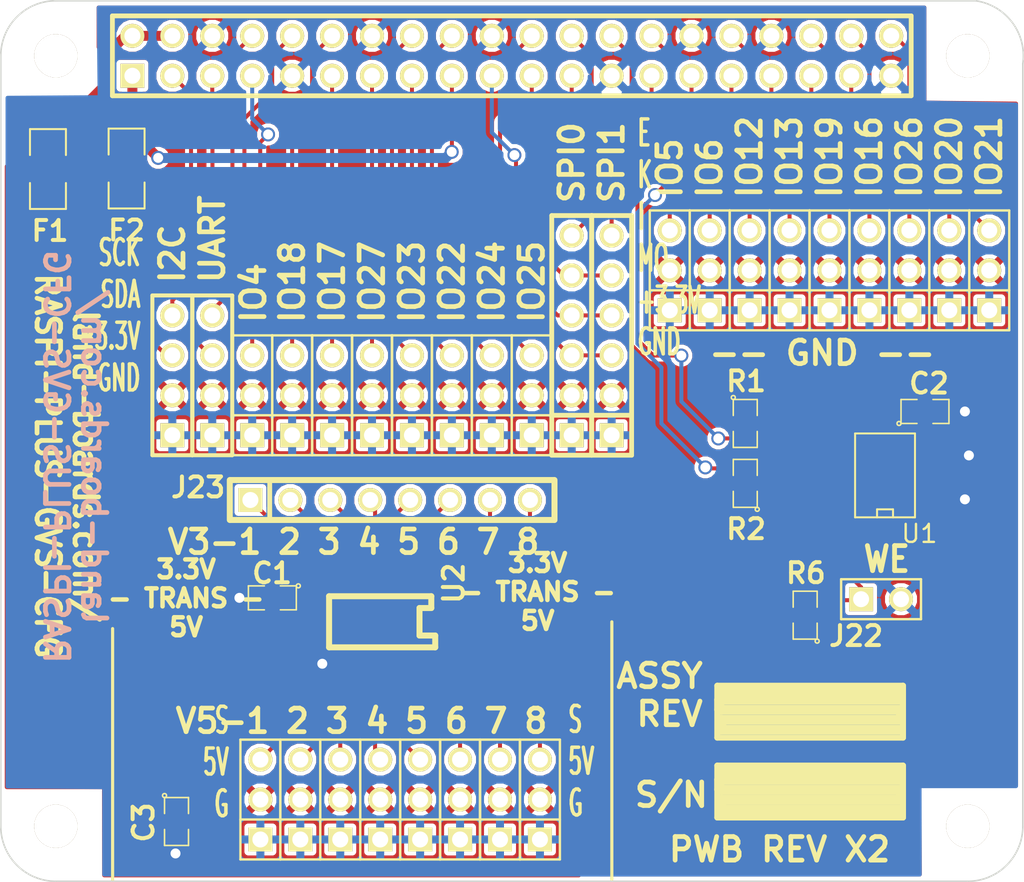
<source format=kicad_pcb>
(kicad_pcb (version 3) (host pcbnew "(2013-05-31 BZR 4019)-stable")
  (title_block (title RasPi-GVS-Plus-CFG) (rev X1) (company land-boards.com))
  (layers (15 F.Cu signal) (0 B.Cu signal hide) (20 B.SilkS user) (21 F.SilkS user hide) (22 B.Mask user) (23 F.Mask user) (28 Edge.Cuts user))
  (net 0 "")
  (net 1 /+3.3V)
  (net 2 /+5V)
  (net 3 /IO_12)
  (net 4 /IO_13)
  (net 5 /IO_16)
  (net 6 /IO_17)
  (net 7 /IO_18)
  (net 8 /IO_19)
  (net 9 /IO_20)
  (net 10 /IO_21)
  (net 11 /IO_22)
  (net 12 /IO_23)
  (net 13 /IO_24)
  (net 14 /IO_25)
  (net 15 /IO_26)
  (net 16 /IO_27)
  (net 17 /IO_4)
  (net 18 /IO_5)
  (net 19 /IO_6)
  (net 20 /RXD0)
  (net 21 /SCL)
  (net 22 /SCLK1)
  (net 23 /SDA)
  (net 24 /SDA1)
  (net 25 /SPICE0)
  (net 26 /SPICE1)
  (net 27 /SPIMISO)
  (net 28 /SPIMOSI)
  (net 29 /SPISCK)
  (net 30 /TXD0)
  (net 31 /WR)
  (net 32 GND)
  (net 33 N-000001)
  (net 34 N-0000013)
  (net 35 N-0000014)
  (net 36 N-0000015)
  (net 37 N-0000016)
  (net 38 N-0000017)
  (net 39 N-0000018)
  (net 40 N-0000019)
  (net 41 N-000002)
  (net 42 N-0000020)
  (net 43 N-0000021)
  (net 44 N-000003)
  (net 45 N-000004)
  (net 46 N-000005)
  (net 47 N-000006)
  (net 48 N-000007)
  (net 49 N-000008)
  (net 50 N-000009)
  (module PIN_ARRAY_4x1 (layer F.Cu) (at 83.45 68.82 90)
    (fp_text reference J2 hide)
    (fp_text value CONN_4 hide)
    (pad 1 thru_hole rect (at -3.81 0 90) (size 1.524 1.524) (drill 1.016) (layers *.Cu *.Mask F.SilkS) (net 32 GND))
    (pad 2 thru_hole circle (at -1.27 0 90) (size 1.524 1.524) (drill 1.016) (layers *.Cu *.Mask F.SilkS) (net 1 /+3.3V))
    (pad 3 thru_hole circle (at 1.27 0 90) (size 1.524 1.524) (drill 1.016) (layers *.Cu *.Mask F.SilkS) (net 30 /TXD0))
    (pad 4 thru_hole circle (at 3.81 0 90) (size 1.524 1.524) (drill 1.016) (layers *.Cu *.Mask F.SilkS) (net 20 /RXD0))
  )
  (module PIN_ARRAY_3X1 (layer F.Cu) (at 88.53 70.09 90)
    (fp_text reference J3 hide)
    (fp_text value CONN_3 hide)
    (pad 1 thru_hole rect (at -2.54 0 90) (size 1.524 1.524) (drill 1.016) (layers *.Cu *.Mask F.SilkS) (net 32 GND))
    (pad 2 thru_hole circle (at 0 0 90) (size 1.524 1.524) (drill 1.016) (layers *.Cu *.Mask F.SilkS) (net 1 /+3.3V))
    (pad 3 thru_hole circle (at 2.54 0 90) (size 1.524 1.524) (drill 1.016) (layers *.Cu *.Mask F.SilkS) (net 7 /IO_18))
  )
  (module PIN_ARRAY_3X1 (layer F.Cu) (at 93.61 70.09 90)
    (fp_text reference J5 hide)
    (fp_text value CONN_3 hide)
    (pad 1 thru_hole rect (at -2.54 0 90) (size 1.524 1.524) (drill 1.016) (layers *.Cu *.Mask F.SilkS) (net 32 GND))
    (pad 2 thru_hole circle (at 0 0 90) (size 1.524 1.524) (drill 1.016) (layers *.Cu *.Mask F.SilkS) (net 1 /+3.3V))
    (pad 3 thru_hole circle (at 2.54 0 90) (size 1.524 1.524) (drill 1.016) (layers *.Cu *.Mask F.SilkS) (net 16 /IO_27))
  )
  (module PIN_ARRAY_3X1 (layer F.Cu) (at 98.69 70.09 90)
    (fp_text reference J7 hide)
    (fp_text value CONN_3 hide)
    (pad 1 thru_hole rect (at -2.54 0 90) (size 1.524 1.524) (drill 1.016) (layers *.Cu *.Mask F.SilkS) (net 32 GND))
    (pad 2 thru_hole circle (at 0 0 90) (size 1.524 1.524) (drill 1.016) (layers *.Cu *.Mask F.SilkS) (net 1 /+3.3V))
    (pad 3 thru_hole circle (at 2.54 0 90) (size 1.524 1.524) (drill 1.016) (layers *.Cu *.Mask F.SilkS) (net 11 /IO_22))
  )
  (module PIN_ARRAY_3X1 (layer F.Cu) (at 103.77 70.09 90)
    (fp_text reference J9 hide)
    (fp_text value CONN_3 hide)
    (pad 1 thru_hole rect (at -2.54 0 90) (size 1.524 1.524) (drill 1.016) (layers *.Cu *.Mask F.SilkS) (net 32 GND))
    (pad 2 thru_hole circle (at 0 0 90) (size 1.524 1.524) (drill 1.016) (layers *.Cu *.Mask F.SilkS) (net 1 /+3.3V))
    (pad 3 thru_hole circle (at 2.54 0 90) (size 1.524 1.524) (drill 1.016) (layers *.Cu *.Mask F.SilkS) (net 14 /IO_25))
  )
  (module PIN_ARRAY_3X1 (layer F.Cu) (at 96.15 70.09 90)
    (fp_text reference J6 hide)
    (fp_text value CONN_3 hide)
    (pad 1 thru_hole rect (at -2.54 0 90) (size 1.524 1.524) (drill 1.016) (layers *.Cu *.Mask F.SilkS) (net 32 GND))
    (pad 2 thru_hole circle (at 0 0 90) (size 1.524 1.524) (drill 1.016) (layers *.Cu *.Mask F.SilkS) (net 1 /+3.3V))
    (pad 3 thru_hole circle (at 2.54 0 90) (size 1.524 1.524) (drill 1.016) (layers *.Cu *.Mask F.SilkS) (net 12 /IO_23))
  )
  (module PIN_ARRAY_3X1 (layer F.Cu) (at 101.23 70.09 90)
    (fp_text reference J8 hide)
    (fp_text value CONN_3 hide)
    (pad 1 thru_hole rect (at -2.54 0 90) (size 1.524 1.524) (drill 1.016) (layers *.Cu *.Mask F.SilkS) (net 32 GND))
    (pad 2 thru_hole circle (at 0 0 90) (size 1.524 1.524) (drill 1.016) (layers *.Cu *.Mask F.SilkS) (net 1 /+3.3V))
    (pad 3 thru_hole circle (at 2.54 0 90) (size 1.524 1.524) (drill 1.016) (layers *.Cu *.Mask F.SilkS) (net 13 /IO_24))
  )
  (module PIN_ARRAY-6X1 (layer F.Cu) (at 108.85 66.28 90)
    (fp_text reference J11 hide)
    (fp_text value CONN_6 hide)
    (pad 1 thru_hole rect (at -6.35 0 90) (size 1.524 1.524) (drill 1.016) (layers *.Cu *.Mask F.SilkS) (net 32 GND))
    (pad 2 thru_hole circle (at -3.81 0 90) (size 1.524 1.524) (drill 1.016) (layers *.Cu *.Mask F.SilkS) (net 1 /+3.3V))
    (pad 3 thru_hole circle (at -1.27 0 90) (size 1.524 1.524) (drill 1.016) (layers *.Cu *.Mask F.SilkS) (net 28 /SPIMOSI))
    (pad 4 thru_hole circle (at 1.27 0 90) (size 1.524 1.524) (drill 1.016) (layers *.Cu *.Mask F.SilkS) (net 27 /SPIMISO))
    (pad 5 thru_hole circle (at 3.81 0 90) (size 1.524 1.524) (drill 1.016) (layers *.Cu *.Mask F.SilkS) (net 29 /SPISCK))
    (pad 6 thru_hole circle (at 6.35 0 90) (size 1.524 1.524) (drill 1.016) (layers *.Cu *.Mask F.SilkS) (net 26 /SPICE1))
  )
  (module PIN_ARRAY_4x1 (layer F.Cu) (at 80.91 68.82 90)
    (fp_text reference J1 hide)
    (fp_text value CONN_4 hide)
    (pad 1 thru_hole rect (at -3.81 0 90) (size 1.524 1.524) (drill 1.016) (layers *.Cu *.Mask F.SilkS) (net 32 GND))
    (pad 2 thru_hole circle (at -1.27 0 90) (size 1.524 1.524) (drill 1.016) (layers *.Cu *.Mask F.SilkS) (net 1 /+3.3V))
    (pad 3 thru_hole circle (at 1.27 0 90) (size 1.524 1.524) (drill 1.016) (layers *.Cu *.Mask F.SilkS) (net 24 /SDA1))
    (pad 4 thru_hole circle (at 3.81 0 90) (size 1.524 1.524) (drill 1.016) (layers *.Cu *.Mask F.SilkS) (net 22 /SCLK1))
  )
  (module PIN_ARRAY_3X1 (layer F.Cu) (at 91.07 70.09 90)
    (fp_text reference J4 hide)
    (fp_text value CONN_3 hide)
    (pad 1 thru_hole rect (at -2.54 0 90) (size 1.524 1.524) (drill 1.016) (layers *.Cu *.Mask F.SilkS) (net 32 GND))
    (pad 2 thru_hole circle (at 0 0 90) (size 1.524 1.524) (drill 1.016) (layers *.Cu *.Mask F.SilkS) (net 1 /+3.3V))
    (pad 3 thru_hole circle (at 2.54 0 90) (size 1.524 1.524) (drill 1.016) (layers *.Cu *.Mask F.SilkS) (net 6 /IO_17))
  )
  (module PIN_ARRAY-6X1 (layer F.Cu) (at 106.31 66.28 90)
    (fp_text reference J10 hide)
    (fp_text value CONN_6 hide)
    (pad 1 thru_hole rect (at -6.35 0 90) (size 1.524 1.524) (drill 1.016) (layers *.Cu *.Mask F.SilkS) (net 32 GND))
    (pad 2 thru_hole circle (at -3.81 0 90) (size 1.524 1.524) (drill 1.016) (layers *.Cu *.Mask F.SilkS) (net 1 /+3.3V))
    (pad 3 thru_hole circle (at -1.27 0 90) (size 1.524 1.524) (drill 1.016) (layers *.Cu *.Mask F.SilkS) (net 28 /SPIMOSI))
    (pad 4 thru_hole circle (at 1.27 0 90) (size 1.524 1.524) (drill 1.016) (layers *.Cu *.Mask F.SilkS) (net 27 /SPIMISO))
    (pad 5 thru_hole circle (at 3.81 0 90) (size 1.524 1.524) (drill 1.016) (layers *.Cu *.Mask F.SilkS) (net 29 /SPISCK))
    (pad 6 thru_hole circle (at 6.35 0 90) (size 1.524 1.524) (drill 1.016) (layers *.Cu *.Mask F.SilkS) (net 25 /SPICE0))
  )
  (module SM1206 (layer F.Cu) (at 78.001 55.668 270)
    (fp_text reference F2 (at 3.937 0 360) (layer F.SilkS) (effects (font (size 1.27 1.27) (thickness 0.254))))
    (fp_text value FUSE hide)
    (pad 1 smd rect (at -1.651 0 270) (size 1.524 2.032) (layers F.Cu F.Mask) (net 33 N-000001))
    (pad 2 smd rect (at 1.651 0 270) (size 1.524 2.032) (layers F.Cu F.Mask) (net 1 /+3.3V))
  )
  (module REV_BLOCK (layer F.Cu) (at 121.92 95.165 180)
    (fp_text reference COUP?2 hide)
    (fp_text value COUPON hide)
  )
  (module REV_BLOCK (layer F.Cu) (at 121.92 90.085 180)
    (fp_text reference COUP?1 hide)
    (fp_text value COUPON hide)
  )
  (module PIN_ARRAY_3X1 (layer F.Cu) (at 112.545 62.145 90)
    (fp_text reference J12 hide)
    (fp_text value CONN_3 hide)
    (pad 1 thru_hole rect (at -2.54 0 90) (size 1.524 1.524) (drill 1.016) (layers *.Cu *.Mask F.SilkS) (net 32 GND))
    (pad 2 thru_hole circle (at 0 0 90) (size 1.524 1.524) (drill 1.016) (layers *.Cu *.Mask F.SilkS) (net 1 /+3.3V))
    (pad 3 thru_hole circle (at 2.54 0 90) (size 1.524 1.524) (drill 1.016) (layers *.Cu *.Mask F.SilkS) (net 18 /IO_5))
  )
  (module PIN_ARRAY_3X1 (layer F.Cu) (at 115.085 62.145 90)
    (fp_text reference J13 hide)
    (fp_text value CONN_3 hide)
    (pad 1 thru_hole rect (at -2.54 0 90) (size 1.524 1.524) (drill 1.016) (layers *.Cu *.Mask F.SilkS) (net 32 GND))
    (pad 2 thru_hole circle (at 0 0 90) (size 1.524 1.524) (drill 1.016) (layers *.Cu *.Mask F.SilkS) (net 1 /+3.3V))
    (pad 3 thru_hole circle (at 2.54 0 90) (size 1.524 1.524) (drill 1.016) (layers *.Cu *.Mask F.SilkS) (net 19 /IO_6))
  )
  (module PIN_ARRAY_3X1 (layer F.Cu) (at 120.165 62.145 90)
    (fp_text reference J14 hide)
    (fp_text value CONN_3 hide)
    (pad 1 thru_hole rect (at -2.54 0 90) (size 1.524 1.524) (drill 1.016) (layers *.Cu *.Mask F.SilkS) (net 32 GND))
    (pad 2 thru_hole circle (at 0 0 90) (size 1.524 1.524) (drill 1.016) (layers *.Cu *.Mask F.SilkS) (net 1 /+3.3V))
    (pad 3 thru_hole circle (at 2.54 0 90) (size 1.524 1.524) (drill 1.016) (layers *.Cu *.Mask F.SilkS) (net 4 /IO_13))
  )
  (module PIN_ARRAY_3X1 (layer F.Cu) (at 122.705 62.145 90)
    (fp_text reference J15 hide)
    (fp_text value CONN_3 hide)
    (pad 1 thru_hole rect (at -2.54 0 90) (size 1.524 1.524) (drill 1.016) (layers *.Cu *.Mask F.SilkS) (net 32 GND))
    (pad 2 thru_hole circle (at 0 0 90) (size 1.524 1.524) (drill 1.016) (layers *.Cu *.Mask F.SilkS) (net 1 /+3.3V))
    (pad 3 thru_hole circle (at 2.54 0 90) (size 1.524 1.524) (drill 1.016) (layers *.Cu *.Mask F.SilkS) (net 8 /IO_19))
  )
  (module PIN_ARRAY_3X1 (layer F.Cu) (at 127.785 62.145 90)
    (fp_text reference J16 hide)
    (fp_text value CONN_3 hide)
    (pad 1 thru_hole rect (at -2.54 0 90) (size 1.524 1.524) (drill 1.016) (layers *.Cu *.Mask F.SilkS) (net 32 GND))
    (pad 2 thru_hole circle (at 0 0 90) (size 1.524 1.524) (drill 1.016) (layers *.Cu *.Mask F.SilkS) (net 1 /+3.3V))
    (pad 3 thru_hole circle (at 2.54 0 90) (size 1.524 1.524) (drill 1.016) (layers *.Cu *.Mask F.SilkS) (net 15 /IO_26))
  )
  (module PIN_ARRAY_3X1 (layer F.Cu) (at 117.625 62.145 90)
    (fp_text reference J18 hide)
    (fp_text value CONN_3 hide)
    (pad 1 thru_hole rect (at -2.54 0 90) (size 1.524 1.524) (drill 1.016) (layers *.Cu *.Mask F.SilkS) (net 32 GND))
    (pad 2 thru_hole circle (at 0 0 90) (size 1.524 1.524) (drill 1.016) (layers *.Cu *.Mask F.SilkS) (net 1 /+3.3V))
    (pad 3 thru_hole circle (at 2.54 0 90) (size 1.524 1.524) (drill 1.016) (layers *.Cu *.Mask F.SilkS) (net 3 /IO_12))
  )
  (module PIN_ARRAY_3X1 (layer F.Cu) (at 125.245 62.145 90)
    (fp_text reference J19 hide)
    (fp_text value CONN_3 hide)
    (pad 1 thru_hole rect (at -2.54 0 90) (size 1.524 1.524) (drill 1.016) (layers *.Cu *.Mask F.SilkS) (net 32 GND))
    (pad 2 thru_hole circle (at 0 0 90) (size 1.524 1.524) (drill 1.016) (layers *.Cu *.Mask F.SilkS) (net 1 /+3.3V))
    (pad 3 thru_hole circle (at 2.54 0 90) (size 1.524 1.524) (drill 1.016) (layers *.Cu *.Mask F.SilkS) (net 5 /IO_16))
  )
  (module PIN_ARRAY_3X1 (layer F.Cu) (at 130.325 62.145 90)
    (fp_text reference J20 hide)
    (fp_text value CONN_3 hide)
    (pad 1 thru_hole rect (at -2.54 0 90) (size 1.524 1.524) (drill 1.016) (layers *.Cu *.Mask F.SilkS) (net 32 GND))
    (pad 2 thru_hole circle (at 0 0 90) (size 1.524 1.524) (drill 1.016) (layers *.Cu *.Mask F.SilkS) (net 1 /+3.3V))
    (pad 3 thru_hole circle (at 2.54 0 90) (size 1.524 1.524) (drill 1.016) (layers *.Cu *.Mask F.SilkS) (net 9 /IO_20))
  )
  (module PIN_ARRAY_3X1 (layer F.Cu) (at 132.865 62.145 90)
    (fp_text reference J17 hide)
    (fp_text value CONN_3 hide)
    (pad 1 thru_hole rect (at -2.54 0 90) (size 1.524 1.524) (drill 1.016) (layers *.Cu *.Mask F.SilkS) (net 32 GND))
    (pad 2 thru_hole circle (at 0 0 90) (size 1.524 1.524) (drill 1.016) (layers *.Cu *.Mask F.SilkS) (net 1 /+3.3V))
    (pad 3 thru_hole circle (at 2.54 0 90) (size 1.524 1.524) (drill 1.016) (layers *.Cu *.Mask F.SilkS) (net 10 /IO_21))
  )
  (module PIN_ARRAY_20X2 (layer F.Cu) (at 102.5 48.5)
    (fp_text reference J24 hide)
    (fp_text value RASPIOPLUS hide)
    (pad 1 thru_hole rect (at -24.13 1.27) (size 1.524 1.524) (drill 1.016) (layers *.Cu *.Mask F.SilkS) (net 33 N-000001))
    (pad 2 thru_hole circle (at -24.13 -1.27) (size 1.524 1.524) (drill 1.016) (layers *.Cu *.Mask F.SilkS) (net 34 N-0000013))
    (pad 11 thru_hole circle (at -11.43 1.27) (size 1.524 1.524) (drill 1.016) (layers *.Cu *.Mask F.SilkS) (net 6 /IO_17))
    (pad 4 thru_hole circle (at -21.59 -1.27) (size 1.524 1.524) (drill 1.016) (layers *.Cu *.Mask F.SilkS) (net 34 N-0000013))
    (pad 13 thru_hole circle (at -8.89 1.27) (size 1.524 1.524) (drill 1.016) (layers *.Cu *.Mask F.SilkS) (net 16 /IO_27))
    (pad 6 thru_hole circle (at -19.05 -1.27) (size 1.524 1.524) (drill 1.016) (layers *.Cu *.Mask F.SilkS) (net 32 GND))
    (pad 15 thru_hole circle (at -6.35 1.27) (size 1.524 1.524) (drill 1.016) (layers *.Cu *.Mask F.SilkS) (net 11 /IO_22))
    (pad 8 thru_hole circle (at -16.51 -1.27) (size 1.524 1.524) (drill 1.016) (layers *.Cu *.Mask F.SilkS) (net 30 /TXD0))
    (pad 17 thru_hole circle (at -3.81 1.27) (size 1.524 1.524) (drill 1.016) (layers *.Cu *.Mask F.SilkS) (net 33 N-000001))
    (pad 10 thru_hole circle (at -13.97 -1.27) (size 1.524 1.524) (drill 1.016) (layers *.Cu *.Mask F.SilkS) (net 20 /RXD0))
    (pad 19 thru_hole circle (at -1.27 1.27) (size 1.524 1.524) (drill 1.016) (layers *.Cu *.Mask F.SilkS) (net 28 /SPIMOSI))
    (pad 12 thru_hole circle (at -11.43 -1.27) (size 1.524 1.524) (drill 1.016) (layers *.Cu *.Mask F.SilkS) (net 7 /IO_18))
    (pad 21 thru_hole circle (at 1.27 1.27) (size 1.524 1.524) (drill 1.016) (layers *.Cu *.Mask F.SilkS) (net 27 /SPIMISO))
    (pad 14 thru_hole circle (at -8.89 -1.27) (size 1.524 1.524) (drill 1.016) (layers *.Cu *.Mask F.SilkS) (net 32 GND))
    (pad 23 thru_hole circle (at 3.81 1.27) (size 1.524 1.524) (drill 1.016) (layers *.Cu *.Mask F.SilkS) (net 29 /SPISCK))
    (pad 16 thru_hole circle (at -6.35 -1.27) (size 1.524 1.524) (drill 1.016) (layers *.Cu *.Mask F.SilkS) (net 12 /IO_23))
    (pad 25 thru_hole circle (at 6.35 1.27) (size 1.524 1.524) (drill 1.016) (layers *.Cu *.Mask F.SilkS) (net 32 GND))
    (pad 18 thru_hole circle (at -3.81 -1.27) (size 1.524 1.524) (drill 1.016) (layers *.Cu *.Mask F.SilkS) (net 13 /IO_24))
    (pad 27 thru_hole circle (at 8.89 1.27) (size 1.524 1.524) (drill 1.016) (layers *.Cu *.Mask F.SilkS) (net 23 /SDA))
    (pad 20 thru_hole circle (at -1.27 -1.27) (size 1.524 1.524) (drill 1.016) (layers *.Cu *.Mask F.SilkS) (net 32 GND))
    (pad 29 thru_hole circle (at 11.43 1.27) (size 1.524 1.524) (drill 1.016) (layers *.Cu *.Mask F.SilkS) (net 18 /IO_5))
    (pad 22 thru_hole circle (at 1.27 -1.27) (size 1.524 1.524) (drill 1.016) (layers *.Cu *.Mask F.SilkS) (net 14 /IO_25))
    (pad 31 thru_hole circle (at 13.97 1.27) (size 1.524 1.524) (drill 1.016) (layers *.Cu *.Mask F.SilkS) (net 19 /IO_6))
    (pad 24 thru_hole circle (at 3.81 -1.27) (size 1.524 1.524) (drill 1.016) (layers *.Cu *.Mask F.SilkS) (net 25 /SPICE0))
    (pad 26 thru_hole circle (at 6.35 -1.27) (size 1.524 1.524) (drill 1.016) (layers *.Cu *.Mask F.SilkS) (net 26 /SPICE1))
    (pad 33 thru_hole circle (at 16.51 1.27) (size 1.524 1.524) (drill 1.016) (layers *.Cu *.Mask F.SilkS) (net 4 /IO_13))
    (pad 28 thru_hole circle (at 8.89 -1.27) (size 1.524 1.524) (drill 1.016) (layers *.Cu *.Mask F.SilkS) (net 21 /SCL))
    (pad 32 thru_hole circle (at 13.97 -1.27) (size 1.524 1.524) (drill 1.016) (layers *.Cu *.Mask F.SilkS) (net 3 /IO_12))
    (pad 34 thru_hole circle (at 16.51 -1.27) (size 1.524 1.524) (drill 1.016) (layers *.Cu *.Mask F.SilkS) (net 32 GND))
    (pad 36 thru_hole circle (at 19.05 -1.27) (size 1.524 1.524) (drill 1.016) (layers *.Cu *.Mask F.SilkS) (net 5 /IO_16))
    (pad 38 thru_hole circle (at 21.59 -1.27) (size 1.524 1.524) (drill 1.016) (layers *.Cu *.Mask F.SilkS) (net 9 /IO_20))
    (pad 35 thru_hole circle (at 19.05 1.27) (size 1.524 1.524) (drill 1.016) (layers *.Cu *.Mask F.SilkS) (net 8 /IO_19))
    (pad 37 thru_hole circle (at 21.59 1.27) (size 1.524 1.524) (drill 1.016) (layers *.Cu *.Mask F.SilkS) (net 15 /IO_26))
    (pad 3 thru_hole circle (at -21.59 1.27) (size 1.524 1.524) (drill 1.016) (layers *.Cu *.Mask F.SilkS) (net 24 /SDA1))
    (pad 5 thru_hole circle (at -19.05 1.27) (size 1.524 1.524) (drill 1.016) (layers *.Cu *.Mask F.SilkS) (net 22 /SCLK1))
    (pad 7 thru_hole circle (at -16.51 1.27) (size 1.524 1.524) (drill 1.016) (layers *.Cu *.Mask F.SilkS) (net 17 /IO_4))
    (pad 9 thru_hole circle (at -13.97 1.27) (size 1.524 1.524) (drill 1.016) (layers *.Cu *.Mask F.SilkS) (net 32 GND))
    (pad 39 thru_hole circle (at 24.13 1.27) (size 1.524 1.524) (drill 1.016) (layers *.Cu *.Mask F.SilkS) (net 32 GND))
    (pad 40 thru_hole circle (at 24.13 -1.27) (size 1.524 1.524) (drill 1.016) (layers *.Cu *.Mask F.SilkS) (net 10 /IO_21))
    (pad 30 thru_hole circle (at 11.43 -1.27) (size 1.524 1.524) (drill 1.016) (layers *.Cu *.Mask F.SilkS) (net 32 GND))
  )
  (module PIN_ARRAY_3X1 (layer F.Cu) (at 85.99 70.09 90)
    (fp_text reference J21 hide)
    (fp_text value CONN_3 hide)
    (pad 1 thru_hole rect (at -2.54 0 90) (size 1.524 1.524) (drill 1.016) (layers *.Cu *.Mask F.SilkS) (net 32 GND))
    (pad 2 thru_hole circle (at 0 0 90) (size 1.524 1.524) (drill 1.016) (layers *.Cu *.Mask F.SilkS) (net 1 /+3.3V))
    (pad 3 thru_hole circle (at 2.54 0 90) (size 1.524 1.524) (drill 1.016) (layers *.Cu *.Mask F.SilkS) (net 17 /IO_4))
  )
  (module PIN_ARRAY-8X1 (layer F.Cu) (at 94.765 76.75)
    (fp_text reference J23 (at -12.215 -0.804) (layer F.SilkS) (effects (font (size 1.27 1.27) (thickness 0.254))))
    (fp_text value CONN_8 hide)
    (pad 6 thru_hole circle (at 3.81 0) (size 1.524 1.524) (drill 1.016) (layers *.Cu *.Mask F.SilkS) (net 37 N-0000016))
    (pad 5 thru_hole circle (at 1.27 0) (size 1.524 1.524) (drill 1.016) (layers *.Cu *.Mask F.SilkS) (net 38 N-0000017))
    (pad 1 thru_hole rect (at -8.89 0) (size 1.524 1.524) (drill 1.016) (layers *.Cu *.Mask F.SilkS) (net 43 N-0000021))
    (pad 2 thru_hole circle (at -6.35 0) (size 1.524 1.524) (drill 1.016) (layers *.Cu *.Mask F.SilkS) (net 42 N-0000020))
    (pad 3 thru_hole circle (at -3.81 0) (size 1.524 1.524) (drill 1.016) (layers *.Cu *.Mask F.SilkS) (net 40 N-0000019))
    (pad 4 thru_hole circle (at -1.27 0) (size 1.524 1.524) (drill 1.016) (layers *.Cu *.Mask F.SilkS) (net 39 N-0000018))
    (pad 7 thru_hole circle (at 6.35 0) (size 1.524 1.524) (drill 1.016) (layers *.Cu *.Mask F.SilkS) (net 36 N-0000015))
    (pad 8 thru_hole circle (at 8.89 0) (size 1.524 1.524) (drill 1.016) (layers *.Cu *.Mask F.SilkS) (net 35 N-0000014))
  )
  (module SM0805 (layer F.Cu) (at 121.158 84.074 90)
    (fp_text reference R6 (at 2.674 0.042 180) (layer F.SilkS) (effects (font (size 1.27 1.27) (thickness 0.254))))
    (fp_text value 1K hide)
    (pad 1 smd rect (at -0.9525 0 90) (size 0.889 1.397) (layers F.Cu F.Mask) (net 1 /+3.3V))
    (pad 2 smd rect (at 0.9525 0 90) (size 0.889 1.397) (layers F.Cu F.Mask) (net 31 /WR))
  )
  (module MTG-2.75MM (layer F.Cu) (at 131.5 97.5)
    (fp_text reference MTG4 hide)
    (fp_text value CONN_1 hide)
    (pad 1 thru_hole circle (at 0 0) (size 2.75 2.75) (drill 2.75) (layers *.Cu *.Mask F.SilkS))
  )
  (module MTG-2.75MM (layer F.Cu) (at 73.5 97.5)
    (fp_text reference MTG3 hide)
    (fp_text value CONN_1 hide)
    (pad 1 thru_hole circle (at 0 0) (size 2.75 2.75) (drill 2.75) (layers *.Cu *.Mask F.SilkS))
  )
  (module MTG-2.75MM (layer F.Cu) (at 131.5 48.5)
    (fp_text reference MTG2 hide)
    (fp_text value CONN_1 hide)
    (pad 1 thru_hole circle (at 0 0) (size 2.75 2.75) (drill 2.75) (layers *.Cu *.Mask F.SilkS))
  )
  (module MTG-2.75MM (layer F.Cu) (at 73.5 48.5)
    (fp_text reference MTG1 hide)
    (fp_text value CONN_1 hide)
    (pad 1 thru_hole circle (at 0 0) (size 2.75 2.75) (drill 2.75) (layers *.Cu *.Mask F.SilkS))
  )
  (module PIN_ARRAY_3X1 (layer F.Cu) (at 104.29 95.8 90)
    (fp_text reference J25 hide)
    (fp_text value CONN_3 hide)
    (pad 1 thru_hole rect (at -2.54 0 90) (size 1.524 1.524) (drill 1.016) (layers *.Cu *.Mask F.SilkS) (net 32 GND))
    (pad 2 thru_hole circle (at 0 0 90) (size 1.524 1.524) (drill 1.016) (layers *.Cu *.Mask F.SilkS) (net 2 /+5V))
    (pad 3 thru_hole circle (at 2.54 0 90) (size 1.524 1.524) (drill 1.016) (layers *.Cu *.Mask F.SilkS) (net 47 N-000006))
  )
  (module PIN_ARRAY_3X1 (layer F.Cu) (at 101.75 95.8 90)
    (fp_text reference J26 hide)
    (fp_text value CONN_3 hide)
    (pad 1 thru_hole rect (at -2.54 0 90) (size 1.524 1.524) (drill 1.016) (layers *.Cu *.Mask F.SilkS) (net 32 GND))
    (pad 2 thru_hole circle (at 0 0 90) (size 1.524 1.524) (drill 1.016) (layers *.Cu *.Mask F.SilkS) (net 2 /+5V))
    (pad 3 thru_hole circle (at 2.54 0 90) (size 1.524 1.524) (drill 1.016) (layers *.Cu *.Mask F.SilkS) (net 41 N-000002))
  )
  (module PIN_ARRAY_3X1 (layer F.Cu) (at 99.21 95.8 90)
    (fp_text reference J27 hide)
    (fp_text value CONN_3 hide)
    (pad 1 thru_hole rect (at -2.54 0 90) (size 1.524 1.524) (drill 1.016) (layers *.Cu *.Mask F.SilkS) (net 32 GND))
    (pad 2 thru_hole circle (at 0 0 90) (size 1.524 1.524) (drill 1.016) (layers *.Cu *.Mask F.SilkS) (net 2 /+5V))
    (pad 3 thru_hole circle (at 2.54 0 90) (size 1.524 1.524) (drill 1.016) (layers *.Cu *.Mask F.SilkS) (net 46 N-000005))
  )
  (module PIN_ARRAY_3X1 (layer F.Cu) (at 96.67 95.8 90)
    (fp_text reference J28 hide)
    (fp_text value CONN_3 hide)
    (pad 1 thru_hole rect (at -2.54 0 90) (size 1.524 1.524) (drill 1.016) (layers *.Cu *.Mask F.SilkS) (net 32 GND))
    (pad 2 thru_hole circle (at 0 0 90) (size 1.524 1.524) (drill 1.016) (layers *.Cu *.Mask F.SilkS) (net 2 /+5V))
    (pad 3 thru_hole circle (at 2.54 0 90) (size 1.524 1.524) (drill 1.016) (layers *.Cu *.Mask F.SilkS) (net 45 N-000004))
  )
  (module PIN_ARRAY_3X1 (layer F.Cu) (at 94.13 95.8 90)
    (fp_text reference J29 hide)
    (fp_text value CONN_3 hide)
    (pad 1 thru_hole rect (at -2.54 0 90) (size 1.524 1.524) (drill 1.016) (layers *.Cu *.Mask F.SilkS) (net 32 GND))
    (pad 2 thru_hole circle (at 0 0 90) (size 1.524 1.524) (drill 1.016) (layers *.Cu *.Mask F.SilkS) (net 2 /+5V))
    (pad 3 thru_hole circle (at 2.54 0 90) (size 1.524 1.524) (drill 1.016) (layers *.Cu *.Mask F.SilkS) (net 44 N-000003))
  )
  (module PIN_ARRAY_3X1 (layer F.Cu) (at 91.59 95.8 90)
    (fp_text reference J30 hide)
    (fp_text value CONN_3 hide)
    (pad 1 thru_hole rect (at -2.54 0 90) (size 1.524 1.524) (drill 1.016) (layers *.Cu *.Mask F.SilkS) (net 32 GND))
    (pad 2 thru_hole circle (at 0 0 90) (size 1.524 1.524) (drill 1.016) (layers *.Cu *.Mask F.SilkS) (net 2 /+5V))
    (pad 3 thru_hole circle (at 2.54 0 90) (size 1.524 1.524) (drill 1.016) (layers *.Cu *.Mask F.SilkS) (net 50 N-000009))
  )
  (module PIN_ARRAY_3X1 (layer F.Cu) (at 89.05 95.8 90)
    (fp_text reference J31 hide)
    (fp_text value CONN_3 hide)
    (pad 1 thru_hole rect (at -2.54 0 90) (size 1.524 1.524) (drill 1.016) (layers *.Cu *.Mask F.SilkS) (net 32 GND))
    (pad 2 thru_hole circle (at 0 0 90) (size 1.524 1.524) (drill 1.016) (layers *.Cu *.Mask F.SilkS) (net 2 /+5V))
    (pad 3 thru_hole circle (at 2.54 0 90) (size 1.524 1.524) (drill 1.016) (layers *.Cu *.Mask F.SilkS) (net 49 N-000008))
  )
  (module PIN_ARRAY_3X1 (layer F.Cu) (at 86.51 95.8 90)
    (fp_text reference J32 hide)
    (fp_text value CONN_3 hide)
    (pad 1 thru_hole rect (at -2.54 0 90) (size 1.524 1.524) (drill 1.016) (layers *.Cu *.Mask F.SilkS) (net 32 GND))
    (pad 2 thru_hole circle (at 0 0 90) (size 1.524 1.524) (drill 1.016) (layers *.Cu *.Mask F.SilkS) (net 2 /+5V))
    (pad 3 thru_hole circle (at 2.54 0 90) (size 1.524 1.524) (drill 1.016) (layers *.Cu *.Mask F.SilkS) (net 48 N-000007))
  )
  (module SOG20 (layer F.Cu) (at 94.13 84.37 180)
    (fp_text reference U2 (at -4.676 2.328 270) (layer F.SilkS) (effects (font (size 1.27 1.27) (thickness 0.254))))
    (fp_text value TXB0108 hide)
    (pad 11 smd rect (at 2.95 -2.8 180) (size 0.25 1.55) (layers F.Cu F.Mask) (net 32 GND))
    (pad 12 smd rect (at 2.275 -2.8 180) (size 0.25 1.55) (layers F.Cu F.Mask) (net 48 N-000007))
    (pad 13 smd rect (at 1.625 -2.8 180) (size 0.25 1.55) (layers F.Cu F.Mask) (net 49 N-000008))
    (pad 14 smd rect (at 0.975 -2.8 180) (size 0.25 1.55) (layers F.Cu F.Mask) (net 50 N-000009))
    (pad 15 smd rect (at 0.325 -2.8 180) (size 0.25 1.55) (layers F.Cu F.Mask) (net 44 N-000003))
    (pad 16 smd rect (at -0.325 -2.8 180) (size 0.25 1.55) (layers F.Cu F.Mask) (net 45 N-000004))
    (pad 17 smd rect (at -0.975 -2.8 180) (size 0.25 1.55) (layers F.Cu F.Mask) (net 46 N-000005))
    (pad 18 smd rect (at -1.625 -2.8 180) (size 0.25 1.55) (layers F.Cu F.Mask) (net 41 N-000002))
    (pad 19 smd rect (at -2.275 -2.8 180) (size 0.25 1.55) (layers F.Cu F.Mask) (net 2 /+5V))
    (pad 20 smd rect (at -2.925 -2.8 180) (size 0.25 1.55) (layers F.Cu F.Mask) (net 47 N-000006))
    (pad 1 smd rect (at -2.925 2.8 180) (size 0.25 1.55) (layers F.Cu F.Mask) (net 35 N-0000014))
    (pad 2 smd rect (at -2.275 2.8 180) (size 0.25 1.55) (layers F.Cu F.Mask) (net 1 /+3.3V))
    (pad 3 smd rect (at -1.625 2.8 180) (size 0.25 1.55) (layers F.Cu F.Mask) (net 36 N-0000015))
    (pad 4 smd rect (at -0.975 2.8 180) (size 0.25 1.55) (layers F.Cu F.Mask) (net 37 N-0000016))
    (pad 5 smd rect (at -0.325 2.8 180) (size 0.25 1.55) (layers F.Cu F.Mask) (net 38 N-0000017))
    (pad 6 smd rect (at 0.325 2.8 180) (size 0.25 1.55) (layers F.Cu F.Mask) (net 39 N-0000018))
    (pad 7 smd rect (at 0.975 2.8 180) (size 0.25 1.55) (layers F.Cu F.Mask) (net 40 N-0000019))
    (pad 8 smd rect (at 1.625 2.8 180) (size 0.25 1.55) (layers F.Cu F.Mask) (net 42 N-0000020))
    (pad 9 smd rect (at 2.275 2.8 180) (size 0.25 1.55) (layers F.Cu F.Mask) (net 43 N-0000021))
    (pad 10 smd rect (at 2.925 2.8 180) (size 0.25 1.55) (layers F.Cu F.Mask) (net 1 /+3.3V))
  )
  (module SM1206 (layer F.Cu) (at 73 55.7 270)
    (fp_text reference F1 (at 3.937 -0.127 360) (layer F.SilkS) (effects (font (size 1.27 1.27) (thickness 0.254))))
    (fp_text value FUSE hide)
    (pad 1 smd rect (at -1.651 0 270) (size 1.524 2.032) (layers F.Cu F.Mask) (net 34 N-0000013))
    (pad 2 smd rect (at 1.651 0 270) (size 1.524 2.032) (layers F.Cu F.Mask) (net 2 /+5V))
  )
  (module SM0805 (layer F.Cu) (at 87.272 82.973 180)
    (fp_text reference C1 (at 0.023 1.566 180) (layer F.SilkS) (effects (font (size 1.27 1.27) (thickness 0.254))))
    (fp_text value 0.1uF hide)
    (pad 1 smd rect (at -0.9525 0 180) (size 0.889 1.397) (layers F.Cu F.Mask) (net 1 /+3.3V))
    (pad 2 smd rect (at 0.9525 0 180) (size 0.889 1.397) (layers F.Cu F.Mask) (net 32 GND))
  )
  (module SM0805 (layer F.Cu) (at 81.176 97.197 270)
    (fp_text reference C3 (at 0.0635 2.0955 270) (layer F.SilkS) (effects (font (size 1.27 1.27) (thickness 0.254))))
    (fp_text value 0.1uF hide)
    (pad 1 smd rect (at -0.9525 0 270) (size 0.889 1.397) (layers F.Cu F.Mask) (net 2 /+5V))
    (pad 2 smd rect (at 0.9525 0 270) (size 0.889 1.397) (layers F.Cu F.Mask) (net 32 GND))
  )
  (module SM0805 (layer F.Cu) (at 128.778 71.12)
    (fp_text reference C2 (at 0.254 -1.778) (layer F.SilkS) (effects (font (size 1.27 1.27) (thickness 0.254))))
    (fp_text value 0.1uF hide)
    (pad 1 smd rect (at -0.9525 0) (size 0.889 1.397) (layers F.Cu F.Mask) (net 1 /+3.3V))
    (pad 2 smd rect (at 0.9525 0) (size 0.889 1.397) (layers F.Cu F.Mask) (net 32 GND))
  )
  (module SO8E-wider (layer F.Cu) (at 126.238 75.184 90)
    (fp_text reference U1 (at -3.7084 2.1844 180) (layer F.SilkS) (effects (font (size 1.143 1.143) (thickness 0.1524))))
    (fp_text value 24C512 hide)
    (pad 8 smd rect (at -1.905 -2.794 90) (size 0.59944 1.651) (layers F.Cu F.Mask) (net 1 /+3.3V))
    (pad 1 smd rect (at -1.905 2.794 90) (size 0.59944 1.651) (layers F.Cu F.Mask) (net 32 GND))
    (pad 7 smd rect (at -0.635 -2.794 90) (size 0.59944 1.651) (layers F.Cu F.Mask) (net 31 /WR))
    (pad 6 smd rect (at 0.635 -2.794 90) (size 0.59944 1.651) (layers F.Cu F.Mask) (net 21 /SCL))
    (pad 5 smd rect (at 1.905 -2.794 90) (size 0.59944 1.651) (layers F.Cu F.Mask) (net 23 /SDA))
    (pad 2 smd rect (at -0.635 2.794 90) (size 0.59944 1.651) (layers F.Cu F.Mask) (net 32 GND))
    (pad 3 smd rect (at 0.635 2.794 90) (size 0.59944 1.651) (layers F.Cu F.Mask) (net 32 GND))
    (pad 4 smd rect (at 1.905 2.794 90) (size 0.59944 1.651) (layers F.Cu F.Mask) (net 32 GND))
  )
  (module FIDUCIAL (layer F.Cu) (at 131.976 91.99)
    (fp_text reference FID1 hide)
    (fp_text value CONN_1 hide)
    (pad 1 smd circle (at 0 0) (size 1 1) (layers F.Cu F.Mask) (clearance 1))
  )
  (module FIDUCIAL (layer F.Cu) (at 77.7748 75.6412)
    (fp_text reference FID2 hide)
    (fp_text value CONN_1 hide)
    (pad 1 smd circle (at 0 0) (size 1 1) (layers F.Cu F.Mask) (clearance 1))
  )
  (module SM0805 (layer F.Cu) (at 117.348 75.692 90)
    (fp_text reference R2 (at -2.908 0.052 180) (layer F.SilkS) (effects (font (size 1.27 1.27) (thickness 0.254))))
    (fp_text value 3.9K hide)
    (pad 1 smd rect (at -0.9525 0 90) (size 0.889 1.397) (layers F.Cu F.Mask) (net 1 /+3.3V))
    (pad 2 smd rect (at 0.9525 0 90) (size 0.889 1.397) (layers F.Cu F.Mask) (net 21 /SCL))
  )
  (module SM0805 (layer F.Cu) (at 117.348 71.882 270)
    (fp_text reference R1 (at -2.682 -0.052 360) (layer F.SilkS) (effects (font (size 1.27 1.27) (thickness 0.254))))
    (fp_text value 3.9K hide)
    (pad 1 smd rect (at -0.9525 0 270) (size 0.889 1.397) (layers F.Cu F.Mask) (net 1 /+3.3V))
    (pad 2 smd rect (at 0.9525 0 270) (size 0.889 1.397) (layers F.Cu F.Mask) (net 23 /SDA))
  )
  (module PIN_ARRAY_2X1 (layer F.Cu) (at 125.984 83.058)
    (fp_text reference J22 (at -1.584 2.342) (layer F.SilkS) (effects (font (size 1.27 1.27) (thickness 0.254))))
    (fp_text value CONN_2 hide)
    (pad 1 thru_hole rect (at -1.27 0) (size 1.524 1.524) (drill 1.016) (layers *.Cu *.Mask F.SilkS) (net 31 /WR))
    (pad 2 thru_hole circle (at 1.27 0) (size 1.524 1.524) (drill 1.016) (layers *.Cu *.Mask F.SilkS) (net 32 GND))
  )
  (gr_text "E\nK\nI\nMO\n+3.3V\nGND" (at 110.374 60.057) (layer F.SilkS) (effects (font (size 1.651 0.889) (thickness 0.22225)) (justify left)))
  (gr_text "-- GND --" (at 114.9 67.4) (layer F.SilkS) (effects (font (size 1.5 1.5) (thickness 0.3)) (justify left)))
  (gr_text "V5-1 2 3 4 5 6 7 8 " (at 106.045 90.805) (layer F.SilkS) (effects (font (size 1.5 1.4732) (thickness 0.3)) (justify right)))
  (gr_line (start 77.112 84.9288) (end 77.112 100.9308) (angle 90) (layer F.SilkS) (width 0.2))
  (gr_text "3.3V\n- TRANS -\n5V" (at 104.1376 82.592) (layer F.SilkS) (effects (font (size 1.143 1.143) (thickness 0.28575))))
  (gr_text "3.3V\n- TRANS -\n5V" (at 81.7856 82.9984) (layer F.SilkS) (effects (font (size 1.143 1.143) (thickness 0.28575))))
  (gr_text "V3-1 2 3 4 5 6 7 8" (at 104.417 79.417) (layer F.SilkS) (effects (font (size 1.5 1.4732) (thickness 0.3)) (justify right)))
  (gr_line (start 108.862 100.88) (end 108.862 84.497) (angle 90) (layer F.SilkS) (width 0.2))
  (gr_text "S\n5V\nG" (at 105.9688 93.3704) (layer F.SilkS) (effects (font (size 1.651 0.889) (thickness 0.22225)) (justify left)))
  (gr_text "S\n5V\nG" (at 84.6328 93.4212) (layer F.SilkS) (effects (font (size 1.651 0.889) (thickness 0.22225)) (justify right)))
  (gr_text WE (at 124.714 80.518) (layer F.SilkS) (effects (font (size 1.5875 1.397) (thickness 0.3048)) (justify left)))
  (gr_text IO20 (at 130.325 57.7 90) (layer F.SilkS) (effects (font (size 1.5 1.5) (thickness 0.3)) (justify left)))
  (gr_text IO16 (at 125.245 57.7 90) (layer F.SilkS) (effects (font (size 1.5 1.5) (thickness 0.3)) (justify left)))
  (gr_text IO12 (at 117.625 57.7 90) (layer F.SilkS) (effects (font (size 1.5 1.5) (thickness 0.3)) (justify left)))
  (gr_text IO21 (at 132.865 57.7 90) (layer F.SilkS) (effects (font (size 1.5 1.5) (thickness 0.3)) (justify left)))
  (gr_text IO26 (at 127.785 57.7 90) (layer F.SilkS) (effects (font (size 1.5 1.5) (thickness 0.3)) (justify left)))
  (gr_text IO19 (at 122.705 57.7 90) (layer F.SilkS) (effects (font (size 1.5 1.5) (thickness 0.3)) (justify left)))
  (gr_text IO13 (at 120.165 57.7 90) (layer F.SilkS) (effects (font (size 1.5 1.5) (thickness 0.3)) (justify left)))
  (gr_text IO6 (at 115.085 57.7 90) (layer F.SilkS) (effects (font (size 1.5 1.5) (thickness 0.3)) (justify left)))
  (gr_text IO5 (at 112.545 57.7 90) (layer F.SilkS) (effects (font (size 1.5 1.5) (thickness 0.3)) (justify left)))
  (gr_text IO24 (at 101.23 65.645 90) (layer F.SilkS) (effects (font (size 1.5 1.5) (thickness 0.3)) (justify left)))
  (gr_text IO4 (at 86.0655 65.6375 90) (layer F.SilkS) (effects (font (size 1.5 1.5) (thickness 0.3)) (justify left)))
  (gr_text "land-boards.com/\nRASPI-PLUS-GVS-CFG" (at 74.7244 74.0068 270) (layer B.SilkS) (effects (font (size 1.5 1.5) (thickness 0.3)) (justify mirror)))
  (gr_line (start 131.5 101) (end 73.5 101) (angle 90) (layer Edge.Cuts) (width 0.1))
  (gr_line (start 135 49) (end 135 97.5) (angle 90) (layer Edge.Cuts) (width 0.1))
  (gr_line (start 73.5 45) (end 132 45) (angle 90) (layer Edge.Cuts) (width 0.1))
  (gr_line (start 70 97.5) (end 70 48.5) (angle 90) (layer Edge.Cuts) (width 0.1))
  (gr_arc (start 131.5 48.5) (end 132 45) (angle 90) (layer Edge.Cuts) (width 0.1))
  (gr_arc (start 131.5 97.5) (end 135 97.5) (angle 90) (layer Edge.Cuts) (width 0.1))
  (gr_arc (start 73.5 97.5) (end 73.5 101) (angle 90) (layer Edge.Cuts) (width 0.1))
  (gr_arc (start 73.5 48.5) (end 70 48.5) (angle 90) (layer Edge.Cuts) (width 0.1))
  (gr_text "PWB REV X2" (at 119.53 98.975) (layer F.SilkS) (effects (font (size 1.5 1.5) (thickness 0.3))))
  (gr_text "ASSY\nREV" (at 114.808 89.154) (layer F.SilkS) (effects (font (size 1.5 1.5) (thickness 0.3)) (justify right)))
  (gr_text S/N (at 112.649 95.504) (layer F.SilkS) (effects (font (size 1.5 1.5) (thickness 0.3))))
  (gr_text "SCK\nSDA\n+3.3V\nGND" (at 79.005 65.01) (layer F.SilkS) (effects (font (size 1.651 0.889) (thickness 0.22225)) (justify right)))
  (gr_text "land-boards.com/\nRASPI-PLUS-GVS-CFG" (at 74.191 74.591 270) (layer F.SilkS) (effects (font (size 1.5 1.397) (thickness 0.3))))
  (gr_text SPI1 (at 108.85 58.025 90) (layer F.SilkS) (effects (font (size 1.5 1.5) (thickness 0.3)) (justify left)))
  (gr_text SPI0 (at 106.31 58.025 90) (layer F.SilkS) (effects (font (size 1.5 1.5) (thickness 0.3)) (justify left)))
  (gr_text IO25 (at 103.77 65.645 90) (layer F.SilkS) (effects (font (size 1.5 1.5) (thickness 0.3)) (justify left)))
  (gr_text IO22 (at 98.69 65.645 90) (layer F.SilkS) (effects (font (size 1.5 1.5) (thickness 0.3)) (justify left)))
  (gr_text IO23 (at 96.15 65.645 90) (layer F.SilkS) (effects (font (size 1.5 1.5) (thickness 0.3)) (justify left)))
  (gr_text IO27 (at 93.61 65.645 90) (layer F.SilkS) (effects (font (size 1.5 1.5) (thickness 0.3)) (justify left)))
  (gr_text IO17 (at 91.07 65.645 90) (layer F.SilkS) (effects (font (size 1.5 1.5) (thickness 0.3)) (justify left)))
  (gr_text IO18 (at 88.53 65.645 90) (layer F.SilkS) (effects (font (size 1.5 1.5) (thickness 0.3)) (justify left)))
  (gr_text UART (at 83.45 63.105 90) (layer F.SilkS) (effects (font (size 1.5 1.5) (thickness 0.3)) (justify left)))
  (gr_text I2C (at 80.91 63.105 90) (layer F.SilkS) (effects (font (size 1.5 1.5) (thickness 0.3)) (justify left)))
  (segment (start 117.625 59.605) (end 117.625 48.385) (width 0.254) (layer F.Cu) (net 3))
  (segment (start 117.625 48.385) (end 116.47 47.23) (width 0.254) (layer F.Cu) (net 3))
  (segment (start 120.165 59.605) (end 120.165 58.335) (width 0.254) (layer F.Cu) (net 4))
  (segment (start 119.01 57.18) (end 119.01 49.77) (width 0.254) (layer F.Cu) (net 4))
  (segment (start 120.165 58.335) (end 119.01 57.18) (width 0.254) (layer F.Cu) (net 4))
  (segment (start 125.245 59.605) (end 125.245 57.065) (width 0.254) (layer F.Cu) (net 5))
  (segment (start 122.705 54.525) (end 122.705 48.385) (width 0.254) (layer F.Cu) (net 5))
  (segment (start 125.245 57.065) (end 122.705 54.525) (width 0.254) (layer F.Cu) (net 5))
  (segment (start 122.705 48.385) (end 121.55 47.23) (width 0.254) (layer F.Cu) (net 5))
  (segment (start 91.07 67.55) (end 91.07 49.77) (width 0.254) (layer F.Cu) (net 6))
  (segment (start 88.53 67.55) (end 88.53 52.31) (width 0.254) (layer F.Cu) (net 7))
  (segment (start 89.8 48.5) (end 91.07 47.23) (width 0.254) (layer F.Cu) (net 7))
  (segment (start 89.8 51.04) (end 89.8 48.5) (width 0.254) (layer F.Cu) (net 7))
  (segment (start 88.53 52.31) (end 89.8 51.04) (width 0.254) (layer F.Cu) (net 7))
  (segment (start 121.55 49.77) (end 121.55 55.91) (width 0.254) (layer F.Cu) (net 8))
  (segment (start 122.705 57.065) (end 122.705 59.605) (width 0.254) (layer F.Cu) (net 8))
  (segment (start 121.55 55.91) (end 122.705 57.065) (width 0.254) (layer F.Cu) (net 8))
  (segment (start 130.325 59.605) (end 130.325 58.335) (width 0.254) (layer F.Cu) (net 9))
  (segment (start 125.245 48.385) (end 124.09 47.23) (width 0.254) (layer F.Cu) (net 9))
  (segment (start 125.245 53.255) (end 125.245 48.385) (width 0.254) (layer F.Cu) (net 9))
  (segment (start 130.325 58.335) (end 125.245 53.255) (width 0.254) (layer F.Cu) (net 9))
  (segment (start 124.217 47.23) (end 124.09 47.23) (width 0.254) (layer F.Cu) (net 9))
  (segment (start 132.865 59.605) (end 127.785 54.525) (width 0.254) (layer F.Cu) (net 10))
  (segment (start 126.84 47.23) (end 126.63 47.23) (width 0.254) (layer F.Cu) (net 10))
  (segment (start 127.785 48.175) (end 126.84 47.23) (width 0.254) (layer F.Cu) (net 10))
  (segment (start 127.785 54.525) (end 127.785 48.175) (width 0.254) (layer F.Cu) (net 10))
  (segment (start 98.69 67.55) (end 98.563 67.55) (width 0.254) (layer F.Cu) (net 11))
  (segment (start 96.15 65.137) (end 96.15 49.77) (width 0.254) (layer F.Cu) (net 11))
  (segment (start 98.563 67.55) (end 96.15 65.137) (width 0.254) (layer F.Cu) (net 11))
  (segment (start 96.15 67.55) (end 94.88 66.28) (width 0.254) (layer F.Cu) (net 12))
  (segment (start 94.88 48.5) (end 96.15 47.23) (width 0.254) (layer F.Cu) (net 12))
  (segment (start 94.88 66.28) (end 94.88 48.5) (width 0.254) (layer F.Cu) (net 12))
  (segment (start 101.23 67.55) (end 101.103 67.55) (width 0.254) (layer F.Cu) (net 13))
  (segment (start 97.42 48.5) (end 98.69 47.23) (width 0.254) (layer F.Cu) (net 13))
  (segment (start 97.42 63.867) (end 97.42 48.5) (width 0.254) (layer F.Cu) (net 13))
  (segment (start 101.103 67.55) (end 97.42 63.867) (width 0.254) (layer F.Cu) (net 13))
  (segment (start 102.4636 49.4792) (end 102.4636 48.5364) (width 0.254) (layer F.Cu) (net 14))
  (segment (start 102.4636 48.5364) (end 103.77 47.23) (width 0.254) (layer F.Cu) (net 14))
  (segment (start 102.893 61.8236) (end 102.893 60.729) (width 0.254) (layer F.Cu) (net 14))
  (segment (start 102.4636 51.9684) (end 102.4636 49.4792) (width 0.254) (layer F.Cu) (net 14))
  (segment (start 101.7524 52.6796) (end 102.4636 51.9684) (width 0.254) (layer F.Cu) (net 14))
  (segment (start 101.7524 59.5884) (end 101.7524 52.6796) (width 0.254) (layer F.Cu) (net 14))
  (segment (start 102.893 60.729) (end 101.7524 59.5884) (width 0.254) (layer F.Cu) (net 14))
  (segment (start 102.893 66.673) (end 103.77 67.55) (width 0.254) (layer F.Cu) (net 14))
  (segment (start 102.893 61.8236) (end 102.893 66.673) (width 0.254) (layer F.Cu) (net 14))
  (segment (start 127.785 59.605) (end 127.785 57.7) (width 0.254) (layer F.Cu) (net 15))
  (segment (start 124.09 54.005) (end 124.09 49.77) (width 0.254) (layer F.Cu) (net 15))
  (segment (start 127.785 57.7) (end 124.09 54.005) (width 0.254) (layer F.Cu) (net 15))
  (segment (start 93.61 67.55) (end 93.61 49.77) (width 0.254) (layer F.Cu) (net 16))
  (segment (start 85.99 49.77) (end 85.99 52.49) (width 0.254) (layer B.Cu) (net 17))
  (segment (start 85.99 65.51) (end 85.99 67.55) (width 0.254) (layer F.Cu) (net 17))
  (segment (start 86.5 65) (end 85.99 65.51) (width 0.254) (layer F.Cu) (net 17))
  (segment (start 86.5 54) (end 86.5 65) (width 0.254) (layer F.Cu) (net 17))
  (segment (start 87 53.5) (end 86.5 54) (width 0.254) (layer F.Cu) (net 17))
  (via (at 87 53.5) (size 0.889) (layers F.Cu B.Cu) (net 17))
  (segment (start 85.99 52.49) (end 87 53.5) (width 0.254) (layer B.Cu) (net 17))
  (segment (start 113.93 49.77) (end 113.93 56.758) (width 0.254) (layer F.Cu) (net 18))
  (segment (start 113.93 56.758) (end 112.545 58.143) (width 0.254) (layer F.Cu) (net 18))
  (segment (start 112.545 59.605) (end 112.545 58.143) (width 0.254) (layer F.Cu) (net 18))
  (segment (start 116.47 49.77) (end 116.47 56.758) (width 0.254) (layer F.Cu) (net 19))
  (segment (start 115.085 58.143) (end 115.085 59.605) (width 0.254) (layer F.Cu) (net 19))
  (segment (start 116.47 56.758) (end 115.085 58.143) (width 0.254) (layer F.Cu) (net 19))
  (segment (start 83.45 65.01) (end 83.45 64.697) (width 0.254) (layer F.Cu) (net 20))
  (segment (start 85.494 52.493) (end 87.26 50.727) (width 0.254) (layer F.Cu) (net 20))
  (segment (start 85.494 62.653) (end 85.494 52.493) (width 0.254) (layer F.Cu) (net 20))
  (segment (start 83.45 64.697) (end 85.494 62.653) (width 0.254) (layer F.Cu) (net 20))
  (segment (start 87.26 48.5) (end 88.53 47.23) (width 0.254) (layer F.Cu) (net 20))
  (segment (start 87.26 50.727) (end 87.26 48.5) (width 0.254) (layer F.Cu) (net 20))
  (segment (start 111.39 47.23) (end 111.39 47.2804) (width 0.254) (layer F.Cu) (net 21))
  (segment (start 110.49 58.4708) (end 110.49 59.182) (width 0.254) (layer B.Cu) (net 21))
  (segment (start 111.6076 57.3532) (end 110.49 58.4708) (width 0.254) (layer B.Cu) (net 21))
  (via (at 111.6076 57.3532) (size 0.889) (layers F.Cu B.Cu) (net 21))
  (segment (start 112.6744 56.2864) (end 111.6076 57.3532) (width 0.254) (layer F.Cu) (net 21))
  (segment (start 112.6744 48.5648) (end 112.6744 56.2864) (width 0.254) (layer F.Cu) (net 21))
  (segment (start 111.39 47.2804) (end 112.6744 48.5648) (width 0.254) (layer F.Cu) (net 21))
  (segment (start 117.348 74.7395) (end 114.8715 74.7395) (width 0.254) (layer F.Cu) (net 21))
  (segment (start 110.49 66.802) (end 110.49 59.182) (width 0.254) (layer B.Cu) (net 21))
  (segment (start 112.014 68.326) (end 110.49 66.802) (width 0.254) (layer B.Cu) (net 21))
  (segment (start 114.8715 74.7395) (end 114.808 74.676) (width 0.254) (layer F.Cu) (net 21))
  (via (at 114.808 74.676) (size 0.889) (layers F.Cu B.Cu) (net 21))
  (segment (start 114.808 74.676) (end 112.014 71.882) (width 0.254) (layer B.Cu) (net 21))
  (segment (start 112.014 71.882) (end 112.014 68.326) (width 0.254) (layer B.Cu) (net 21))
  (segment (start 117.348 74.7395) (end 115.5065 74.7395) (width 0.254) (layer F.Cu) (net 21))
  (segment (start 117.348 74.7395) (end 121.0945 74.7395) (width 0.254) (layer F.Cu) (net 21))
  (segment (start 121.285 74.549) (end 123.444 74.549) (width 0.254) (layer F.Cu) (net 21))
  (segment (start 121.0945 74.7395) (end 121.285 74.549) (width 0.254) (layer F.Cu) (net 21))
  (segment (start 80.91 65.01) (end 80.91 64.062) (width 0.254) (layer F.Cu) (net 22))
  (segment (start 83.462 51.858) (end 83.45 51.858) (width 0.254) (layer F.Cu) (net 22))
  (segment (start 83.462 61.51) (end 83.462 51.858) (width 0.254) (layer F.Cu) (net 22))
  (segment (start 80.91 64.062) (end 83.462 61.51) (width 0.254) (layer F.Cu) (net 22))
  (segment (start 83.45 51.858) (end 83.45 49.77) (width 0.254) (layer F.Cu) (net 22))
  (segment (start 117.348 72.8345) (end 115.6335 72.8345) (width 0.254) (layer F.Cu) (net 23))
  (via (at 115.6335 72.8345) (size 0.889) (layers F.Cu B.Cu) (net 23))
  (segment (start 113.284 70.485) (end 113.284 67.564) (width 0.254) (layer B.Cu) (net 23))
  (segment (start 115.6335 72.8345) (end 113.284 70.485) (width 0.254) (layer B.Cu) (net 23))
  (segment (start 111.39 49.77) (end 111.39 51.17) (width 0.254) (layer F.Cu) (net 23))
  (via (at 113.284 67.564) (size 0.889) (layers F.Cu B.Cu) (net 23))
  (segment (start 111.506 67.564) (end 113.284 67.564) (width 0.254) (layer F.Cu) (net 23))
  (segment (start 110.49 66.548) (end 111.506 67.564) (width 0.254) (layer F.Cu) (net 23))
  (segment (start 110.49 52.07) (end 110.49 66.548) (width 0.254) (layer F.Cu) (net 23))
  (segment (start 111.39 51.17) (end 110.49 52.07) (width 0.254) (layer F.Cu) (net 23))
  (segment (start 123.444 73.279) (end 120.015 73.279) (width 0.254) (layer F.Cu) (net 23))
  (segment (start 119.5705 72.8345) (end 117.348 72.8345) (width 0.254) (layer F.Cu) (net 23))
  (segment (start 120.015 73.279) (end 119.5705 72.8345) (width 0.254) (layer F.Cu) (net 23))
  (segment (start 80.91 60.7) (end 80.91 59.89) (width 0.254) (layer F.Cu) (net 24))
  (segment (start 82.1 50.96) (end 80.91 49.77) (width 0.254) (layer F.Cu) (net 24))
  (segment (start 82.1 58.7) (end 82.1 50.96) (width 0.254) (layer F.Cu) (net 24))
  (segment (start 80.91 59.89) (end 82.1 58.7) (width 0.254) (layer F.Cu) (net 24))
  (segment (start 79.64 66.661) (end 79.64 62.919) (width 0.254) (layer F.Cu) (net 24))
  (segment (start 80.91 61.649) (end 80.91 60.7) (width 0.254) (layer F.Cu) (net 24))
  (segment (start 79.64 62.919) (end 80.91 61.649) (width 0.254) (layer F.Cu) (net 24))
  (segment (start 80.91 67.55) (end 80.529 67.55) (width 0.254) (layer F.Cu) (net 24))
  (segment (start 80.529 67.55) (end 79.64 66.661) (width 0.254) (layer F.Cu) (net 24))
  (segment (start 107.58 48.5) (end 107.58 58.66) (width 0.254) (layer F.Cu) (net 25))
  (segment (start 107.58 58.66) (end 106.31 59.93) (width 0.254) (layer F.Cu) (net 25))
  (segment (start 106.31 47.23) (end 107.58 48.5) (width 0.254) (layer F.Cu) (net 25))
  (segment (start 108.85 59.93) (end 108.85 52.183) (width 0.254) (layer F.Cu) (net 26))
  (segment (start 110.12 48.5) (end 108.85 47.23) (width 0.254) (layer F.Cu) (net 26))
  (segment (start 110.12 50.913) (end 110.12 48.5) (width 0.254) (layer F.Cu) (net 26))
  (segment (start 108.85 52.183) (end 110.12 50.913) (width 0.254) (layer F.Cu) (net 26))
  (segment (start 104.405 59.986) (end 104.405 58.196) (width 0.254) (layer F.Cu) (net 27))
  (segment (start 104.405 58.196) (end 103.77 57.561) (width 0.254) (layer F.Cu) (net 27))
  (segment (start 103.77 57.561) (end 103.77 49.77) (width 0.254) (layer F.Cu) (net 27))
  (segment (start 104.405 60.24) (end 104.405 59.986) (width 0.2032) (layer F.Cu) (net 27))
  (segment (start 106.31 65.01) (end 108.85 65.01) (width 0.254) (layer F.Cu) (net 27))
  (segment (start 106.31 65.01) (end 105.421 65.01) (width 0.254) (layer F.Cu) (net 27))
  (segment (start 104.405 63.994) (end 104.405 60.24) (width 0.254) (layer F.Cu) (net 27))
  (segment (start 105.421 65.01) (end 104.405 63.994) (width 0.254) (layer F.Cu) (net 27))
  (segment (start 101.23 49.77) (end 101.23 53.3764) (width 0.254) (layer B.Cu) (net 28))
  (segment (start 102.7684 58.0394) (end 103.516 58.787) (width 0.254) (layer F.Cu) (net 28))
  (segment (start 102.7684 54.9148) (end 102.7684 58.0394) (width 0.254) (layer F.Cu) (net 28))
  (segment (start 102.6668 54.8132) (end 102.7684 54.9148) (width 0.254) (layer F.Cu) (net 28))
  (via (at 102.6668 54.8132) (size 0.889) (layers F.Cu B.Cu) (net 28))
  (segment (start 101.23 53.3764) (end 102.6668 54.8132) (width 0.254) (layer B.Cu) (net 28))
  (segment (start 106.31 67.55) (end 106.183 67.55) (width 0.254) (layer F.Cu) (net 28))
  (segment (start 106.183 67.55) (end 103.516 64.883) (width 0.254) (layer F.Cu) (net 28))
  (segment (start 103.516 64.883) (end 103.516 58.787) (width 0.254) (layer F.Cu) (net 28))
  (segment (start 106.31 67.55) (end 108.85 67.55) (width 0.254) (layer F.Cu) (net 28))
  (segment (start 106.31 49.77) (end 106.31 57.331) (width 0.254) (layer F.Cu) (net 29))
  (segment (start 106.31 57.331) (end 105.04 58.601) (width 0.254) (layer F.Cu) (net 29))
  (segment (start 105.04 61.708) (end 105.04 58.601) (width 0.254) (layer F.Cu) (net 29))
  (segment (start 106.31 62.47) (end 105.802 62.47) (width 0.254) (layer F.Cu) (net 29))
  (segment (start 105.802 62.47) (end 105.04 61.708) (width 0.254) (layer F.Cu) (net 29))
  (segment (start 106.31 62.47) (end 108.85 62.47) (width 0.254) (layer F.Cu) (net 29))
  (segment (start 83.45 67.55) (end 83.323 67.55) (width 0.254) (layer F.Cu) (net 30))
  (segment (start 83.323 67.55) (end 82.192 66.419) (width 0.254) (layer F.Cu) (net 30))
  (segment (start 84.732 48.488) (end 85.99 47.23) (width 0.254) (layer F.Cu) (net 30))
  (segment (start 84.732 61.764) (end 84.732 48.488) (width 0.254) (layer F.Cu) (net 30))
  (segment (start 82.192 64.304) (end 84.732 61.764) (width 0.254) (layer F.Cu) (net 30))
  (segment (start 82.192 66.419) (end 82.192 64.304) (width 0.254) (layer F.Cu) (net 30))
  (segment (start 121.158 83.1215) (end 124.6505 83.1215) (width 0.254) (layer F.Cu) (net 31))
  (segment (start 124.6505 83.1215) (end 124.714 83.058) (width 0.254) (layer F.Cu) (net 31))
  (segment (start 124.714 83.058) (end 124.714 82.296) (width 0.254) (layer F.Cu) (net 31))
  (segment (start 121.158 78.74) (end 121.158 76.708) (width 0.254) (layer F.Cu) (net 31))
  (segment (start 124.714 82.296) (end 121.158 78.74) (width 0.254) (layer F.Cu) (net 31))
  (segment (start 121.158 76.708) (end 122.047 75.819) (width 0.254) (layer F.Cu) (net 31))
  (segment (start 122.047 75.819) (end 123.444 75.819) (width 0.254) (layer F.Cu) (net 31))
  (segment (start 122.047 75.819) (end 123.444 75.819) (width 0.254) (layer F.Cu) (net 31))
  (segment (start 121.158 76.708) (end 122.047 75.819) (width 0.254) (layer F.Cu) (net 31))
  (segment (start 129.032 73.279) (end 130.937 73.279) (width 0.254) (layer F.Cu) (net 32))
  (segment (start 130.937 74.549) (end 131.572 73.914) (width 0.254) (layer F.Cu) (net 32))
  (via (at 131.572 73.914) (size 0.889) (layers F.Cu B.Cu) (net 32))
  (segment (start 130.937 74.549) (end 129.032 74.549) (width 0.254) (layer F.Cu) (net 32))
  (segment (start 130.937 73.279) (end 131.572 73.914) (width 0.254) (layer F.Cu) (net 32))
  (segment (start 129.032 75.819) (end 130.429 75.819) (width 0.254) (layer F.Cu) (net 32))
  (segment (start 130.937 77.089) (end 131.318 76.708) (width 0.254) (layer F.Cu) (net 32))
  (via (at 131.318 76.708) (size 0.889) (layers F.Cu B.Cu) (net 32))
  (segment (start 130.937 77.089) (end 129.032 77.089) (width 0.254) (layer F.Cu) (net 32))
  (segment (start 130.429 75.819) (end 131.318 76.708) (width 0.254) (layer F.Cu) (net 32))
  (segment (start 129.7305 71.12) (end 131.318 71.12) (width 0.254) (layer F.Cu) (net 32))
  (via (at 131.318 71.12) (size 0.889) (layers F.Cu B.Cu) (net 32))
  (segment (start 81.176 98.1495) (end 81.176 99.1655) (width 0.254) (layer F.Cu) (net 32))
  (via (at 81.1125 99.229) (size 0.889) (layers F.Cu B.Cu) (net 32))
  (segment (start 81.176 99.1655) (end 81.1125 99.229) (width 0.254) (layer F.Cu) (net 32))
  (segment (start 86.3195 82.973) (end 85.1765 82.973) (width 0.254) (layer F.Cu) (net 32))
  (via (at 85.1765 82.973) (size 0.889) (layers F.Cu B.Cu) (net 32))
  (segment (start 91.18 87.17) (end 90.453 87.17) (width 0.254) (layer F.Cu) (net 32))
  (via (at 90.447 87.164) (size 0.889) (layers F.Cu B.Cu) (net 32))
  (segment (start 90.453 87.17) (end 90.447 87.164) (width 0.254) (layer F.Cu) (net 32))
  (segment (start 78.001 54.017) (end 79.036 54.017) (width 0.635) (layer F.Cu) (net 33))
  (segment (start 79.036 54.017) (end 80.01 54.991) (width 0.635) (layer F.Cu) (net 33))
  (via (at 80.01 54.991) (size 0.889) (layers F.Cu B.Cu) (net 33))
  (segment (start 80.019 55) (end 80.01 54.991) (width 0.635) (layer B.Cu) (net 33))
  (segment (start 98.289 55) (end 80.019 55) (width 0.635) (layer B.Cu) (net 33))
  (segment (start 98.289 55) (end 98.679 54.61) (width 0.635) (layer B.Cu) (net 33))
  (segment (start 98.69 49.77) (end 98.69 54.599) (width 0.254) (layer F.Cu) (net 33))
  (via (at 98.679 54.61) (size 0.889) (layers F.Cu B.Cu) (net 33))
  (segment (start 98.69 54.599) (end 98.679 54.61) (width 0.254) (layer F.Cu) (net 33))
  (segment (start 78.37 49.77) (end 78.37 53.648) (width 0.635) (layer F.Cu) (net 33))
  (segment (start 78.37 53.648) (end 78.001 54.017) (width 0.635) (layer F.Cu) (net 33))
  (segment (start 73 54.049) (end 73 52.6) (width 0.635) (layer F.Cu) (net 34))
  (segment (start 76.604 50.396) (end 76.604 48.556) (width 0.635) (layer F.Cu) (net 34))
  (segment (start 75.4 51.6) (end 76.604 50.396) (width 0.635) (layer F.Cu) (net 34))
  (segment (start 74 51.6) (end 75.4 51.6) (width 0.635) (layer F.Cu) (net 34))
  (segment (start 73 52.6) (end 74 51.6) (width 0.635) (layer F.Cu) (net 34))
  (segment (start 78.37 47.23) (end 77.93 47.23) (width 0.635) (layer F.Cu) (net 34))
  (segment (start 77.93 47.23) (end 76.604 48.556) (width 0.635) (layer F.Cu) (net 34))
  (segment (start 78.37 47.23) (end 80.91 47.23) (width 0.635) (layer F.Cu) (net 34))
  (segment (start 103.655 80.4965) (end 103.655 76.75) (width 0.254) (layer F.Cu) (net 35))
  (segment (start 97.055 81.57) (end 102.5815 81.57) (width 0.254) (layer F.Cu) (net 35))
  (segment (start 102.5815 81.57) (end 103.655 80.4965) (width 0.254) (layer F.Cu) (net 35))
  (segment (start 95.755 81.57) (end 95.755 79.697) (width 0.254) (layer F.Cu) (net 36))
  (segment (start 95.755 79.697) (end 96.797 78.655) (width 0.254) (layer F.Cu) (net 36))
  (segment (start 101.115 77.893) (end 101.115 76.75) (width 0.254) (layer F.Cu) (net 36))
  (segment (start 100.353 78.655) (end 101.115 77.893) (width 0.254) (layer F.Cu) (net 36))
  (segment (start 96.797 78.655) (end 100.353 78.655) (width 0.254) (layer F.Cu) (net 36))
  (segment (start 95.105 81.57) (end 95.105 79.458) (width 0.254) (layer F.Cu) (net 37))
  (segment (start 95.105 79.458) (end 96.543 78.02) (width 0.254) (layer F.Cu) (net 37))
  (segment (start 97.305 78.02) (end 98.575 76.75) (width 0.254) (layer F.Cu) (net 37))
  (segment (start 96.543 78.02) (end 97.305 78.02) (width 0.254) (layer F.Cu) (net 37))
  (segment (start 94.455 81.57) (end 94.455 78.33) (width 0.254) (layer F.Cu) (net 38))
  (segment (start 94.455 78.33) (end 96.035 76.75) (width 0.254) (layer F.Cu) (net 38))
  (segment (start 93.805 81.57) (end 93.805 77.06) (width 0.254) (layer F.Cu) (net 39))
  (segment (start 93.805 77.06) (end 93.495 76.75) (width 0.254) (layer F.Cu) (net 39))
  (segment (start 93.155 78.95) (end 90.955 76.75) (width 0.254) (layer F.Cu) (net 40))
  (segment (start 93.155 81.57) (end 93.155 78.95) (width 0.254) (layer F.Cu) (net 40))
  (segment (start 96.3525 90.1485) (end 99.8577 90.1485) (width 0.254) (layer F.Cu) (net 41))
  (segment (start 101.75 92.0408) (end 101.75 93.26) (width 0.254) (layer F.Cu) (net 41))
  (segment (start 99.8577 90.1485) (end 101.75 92.0408) (width 0.254) (layer F.Cu) (net 41))
  (segment (start 95.755 87.17) (end 95.755 89.551) (width 0.254) (layer F.Cu) (net 41))
  (segment (start 95.755 89.551) (end 96.3525 90.1485) (width 0.254) (layer F.Cu) (net 41))
  (segment (start 89.8755 78.2105) (end 88.415 76.75) (width 0.254) (layer F.Cu) (net 42))
  (segment (start 91.2725 78.2105) (end 89.8755 78.2105) (width 0.254) (layer F.Cu) (net 42))
  (segment (start 92.505 81.57) (end 92.505 79.443) (width 0.254) (layer F.Cu) (net 42))
  (segment (start 92.505 79.443) (end 91.2725 78.2105) (width 0.254) (layer F.Cu) (net 42))
  (segment (start 91.855 81.57) (end 91.855 79.6185) (width 0.254) (layer F.Cu) (net 43))
  (segment (start 91.855 79.6185) (end 91.0185 78.782) (width 0.254) (layer F.Cu) (net 43))
  (segment (start 87.907 78.782) (end 85.875 76.75) (width 0.254) (layer F.Cu) (net 43))
  (segment (start 91.0185 78.782) (end 87.907 78.782) (width 0.254) (layer F.Cu) (net 43))
  (segment (start 93.805 87.17) (end 93.805 92.935) (width 0.254) (layer F.Cu) (net 44))
  (segment (start 93.805 92.935) (end 94.13 93.26) (width 0.254) (layer F.Cu) (net 44))
  (segment (start 94.455 87.17) (end 94.455 91.045) (width 0.254) (layer F.Cu) (net 45))
  (segment (start 94.455 91.045) (end 96.67 93.26) (width 0.254) (layer F.Cu) (net 45))
  (segment (start 95.105 87.17) (end 95.105 89.917) (width 0.254) (layer F.Cu) (net 46))
  (segment (start 99.21 91.6725) (end 99.21 93.26) (width 0.254) (layer F.Cu) (net 46))
  (segment (start 98.448 90.9105) (end 99.21 91.6725) (width 0.254) (layer F.Cu) (net 46))
  (segment (start 96.0985 90.9105) (end 98.448 90.9105) (width 0.254) (layer F.Cu) (net 46))
  (segment (start 95.105 89.917) (end 96.0985 90.9105) (width 0.254) (layer F.Cu) (net 46))
  (segment (start 97.055 87.17) (end 101.6036 87.17) (width 0.254) (layer F.Cu) (net 47))
  (segment (start 101.6036 87.17) (end 104.29 89.8564) (width 0.254) (layer F.Cu) (net 47))
  (segment (start 104.29 89.8564) (end 104.29 93.26) (width 0.254) (layer F.Cu) (net 47))
  (segment (start 86.51 93.26) (end 88.669 91.101) (width 0.254) (layer F.Cu) (net 48))
  (segment (start 91.855 89.058) (end 91.855 87.17) (width 0.254) (layer F.Cu) (net 48))
  (segment (start 89.812 91.101) (end 91.855 89.058) (width 0.254) (layer F.Cu) (net 48))
  (segment (start 88.669 91.101) (end 89.812 91.101) (width 0.254) (layer F.Cu) (net 48))
  (segment (start 92.505 87.17) (end 92.505 89.17) (width 0.254) (layer F.Cu) (net 49))
  (segment (start 90.0914 91.5836) (end 90.0914 92.2186) (width 0.254) (layer F.Cu) (net 49))
  (segment (start 92.505 89.17) (end 90.0914 91.5836) (width 0.254) (layer F.Cu) (net 49))
  (segment (start 90.0914 92.2186) (end 89.05 93.26) (width 0.254) (layer F.Cu) (net 49))
  (segment (start 93.155 87.17) (end 93.155 90.044) (width 0.254) (layer F.Cu) (net 50))
  (segment (start 93.155 90.044) (end 91.59 91.609) (width 0.254) (layer F.Cu) (net 50))
  (segment (start 91.59 91.609) (end 91.59 93.26) (width 0.254) (layer F.Cu) (net 50))
  (zone (net 32) (net_name GND) (layer B.Cu) (connect_pads (clearance 0.254)) (min_thickness 0.254) (fill (arc_segments 16) (thermal_gap 0.508) (thermal_bridge_width 0.508))
    (polygon (pts (xy 76.096 44.9492) (xy 128.8645 45) (xy 128.8645 51.35) (xy 134.7065 51.477) (xy 134.7192 95.0761) (xy 128.5597 95.0761) (xy 128.5724 100.88) (xy 76.4516 100.8292) (xy 76.4516 95.1396) (xy 70 95.0888) (xy 70 51.0452) (xy 76.1595 51.0071)))
  )
  (zone (net 1) (net_name /+3.3V) (layer F.Cu) (connect_pads (clearance 0.254)) (min_thickness 0.254) (fill (arc_segments 16) (thermal_gap 0.508) (thermal_bridge_width 0.508))
    (polygon (pts (xy 76.096 45) (xy 128.8645 45) (xy 128.8772 51.35) (xy 134.7065 51.4135) (xy 134.7065 95.0253) (xy 128.547 95.0253) (xy 128.5724 100.88) (xy 107.973 100.9435) (xy 107.973 84.497) (xy 76.2 84.851) (xy 76.2 51.1325) (xy 76.096 51.0325)))
  )
  (zone (net 2) (net_name /+5V) (layer F.Cu) (connect_pads (clearance 0.2032)) (min_thickness 0.254) (fill (arc_segments 16) (thermal_gap 0.508) (thermal_bridge_width 0.508))
    (polygon (pts (xy 106.8935 101.007) (xy 106.957 85.1955) (xy 75.4 85.3) (xy 75.4 55.4) (xy 70 55.4) (xy 70.0508 95.1396) (xy 76.4389 95.1396) (xy 76.4516 100.7784)))
  )
)
</source>
